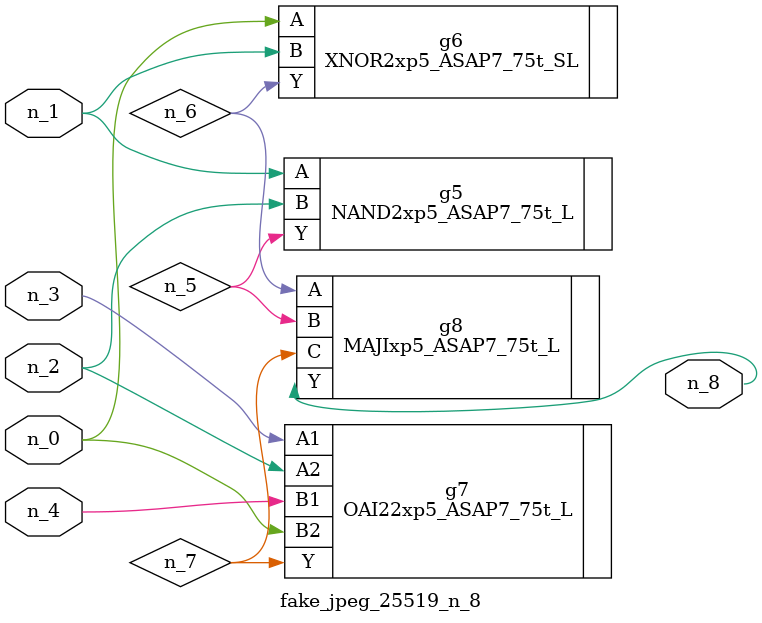
<source format=v>
module fake_jpeg_25519_n_8 (n_3, n_2, n_1, n_0, n_4, n_8);

input n_3;
input n_2;
input n_1;
input n_0;
input n_4;

output n_8;

wire n_6;
wire n_5;
wire n_7;

NAND2xp5_ASAP7_75t_L g5 ( 
.A(n_1),
.B(n_2),
.Y(n_5)
);

XNOR2xp5_ASAP7_75t_SL g6 ( 
.A(n_0),
.B(n_1),
.Y(n_6)
);

OAI22xp5_ASAP7_75t_L g7 ( 
.A1(n_3),
.A2(n_2),
.B1(n_4),
.B2(n_0),
.Y(n_7)
);

MAJIxp5_ASAP7_75t_L g8 ( 
.A(n_6),
.B(n_5),
.C(n_7),
.Y(n_8)
);


endmodule
</source>
